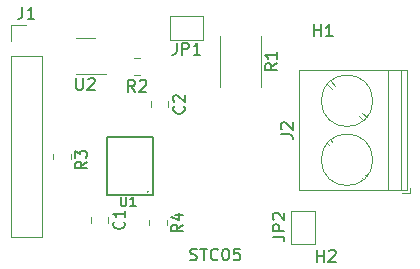
<source format=gbr>
%TF.GenerationSoftware,KiCad,Pcbnew,7.0.2*%
%TF.CreationDate,2023-11-09T14:12:44+01:00*%
%TF.ProjectId,stcs05,73746373-3035-42e6-9b69-6361645f7063,rev?*%
%TF.SameCoordinates,Original*%
%TF.FileFunction,Legend,Top*%
%TF.FilePolarity,Positive*%
%FSLAX46Y46*%
G04 Gerber Fmt 4.6, Leading zero omitted, Abs format (unit mm)*
G04 Created by KiCad (PCBNEW 7.0.2) date 2023-11-09 14:12:44*
%MOMM*%
%LPD*%
G01*
G04 APERTURE LIST*
%ADD10C,0.150000*%
%ADD11C,0.120000*%
%ADD12C,0.127000*%
G04 APERTURE END LIST*
D10*
X132270476Y-90000000D02*
X132413333Y-90047619D01*
X132413333Y-90047619D02*
X132651428Y-90047619D01*
X132651428Y-90047619D02*
X132746666Y-90000000D01*
X132746666Y-90000000D02*
X132794285Y-89952380D01*
X132794285Y-89952380D02*
X132841904Y-89857142D01*
X132841904Y-89857142D02*
X132841904Y-89761904D01*
X132841904Y-89761904D02*
X132794285Y-89666666D01*
X132794285Y-89666666D02*
X132746666Y-89619047D01*
X132746666Y-89619047D02*
X132651428Y-89571428D01*
X132651428Y-89571428D02*
X132460952Y-89523809D01*
X132460952Y-89523809D02*
X132365714Y-89476190D01*
X132365714Y-89476190D02*
X132318095Y-89428571D01*
X132318095Y-89428571D02*
X132270476Y-89333333D01*
X132270476Y-89333333D02*
X132270476Y-89238095D01*
X132270476Y-89238095D02*
X132318095Y-89142857D01*
X132318095Y-89142857D02*
X132365714Y-89095238D01*
X132365714Y-89095238D02*
X132460952Y-89047619D01*
X132460952Y-89047619D02*
X132699047Y-89047619D01*
X132699047Y-89047619D02*
X132841904Y-89095238D01*
X133127619Y-89047619D02*
X133699047Y-89047619D01*
X133413333Y-90047619D02*
X133413333Y-89047619D01*
X134603809Y-89952380D02*
X134556190Y-90000000D01*
X134556190Y-90000000D02*
X134413333Y-90047619D01*
X134413333Y-90047619D02*
X134318095Y-90047619D01*
X134318095Y-90047619D02*
X134175238Y-90000000D01*
X134175238Y-90000000D02*
X134080000Y-89904761D01*
X134080000Y-89904761D02*
X134032381Y-89809523D01*
X134032381Y-89809523D02*
X133984762Y-89619047D01*
X133984762Y-89619047D02*
X133984762Y-89476190D01*
X133984762Y-89476190D02*
X134032381Y-89285714D01*
X134032381Y-89285714D02*
X134080000Y-89190476D01*
X134080000Y-89190476D02*
X134175238Y-89095238D01*
X134175238Y-89095238D02*
X134318095Y-89047619D01*
X134318095Y-89047619D02*
X134413333Y-89047619D01*
X134413333Y-89047619D02*
X134556190Y-89095238D01*
X134556190Y-89095238D02*
X134603809Y-89142857D01*
X135222857Y-89047619D02*
X135318095Y-89047619D01*
X135318095Y-89047619D02*
X135413333Y-89095238D01*
X135413333Y-89095238D02*
X135460952Y-89142857D01*
X135460952Y-89142857D02*
X135508571Y-89238095D01*
X135508571Y-89238095D02*
X135556190Y-89428571D01*
X135556190Y-89428571D02*
X135556190Y-89666666D01*
X135556190Y-89666666D02*
X135508571Y-89857142D01*
X135508571Y-89857142D02*
X135460952Y-89952380D01*
X135460952Y-89952380D02*
X135413333Y-90000000D01*
X135413333Y-90000000D02*
X135318095Y-90047619D01*
X135318095Y-90047619D02*
X135222857Y-90047619D01*
X135222857Y-90047619D02*
X135127619Y-90000000D01*
X135127619Y-90000000D02*
X135080000Y-89952380D01*
X135080000Y-89952380D02*
X135032381Y-89857142D01*
X135032381Y-89857142D02*
X134984762Y-89666666D01*
X134984762Y-89666666D02*
X134984762Y-89428571D01*
X134984762Y-89428571D02*
X135032381Y-89238095D01*
X135032381Y-89238095D02*
X135080000Y-89142857D01*
X135080000Y-89142857D02*
X135127619Y-89095238D01*
X135127619Y-89095238D02*
X135222857Y-89047619D01*
X136460952Y-89047619D02*
X135984762Y-89047619D01*
X135984762Y-89047619D02*
X135937143Y-89523809D01*
X135937143Y-89523809D02*
X135984762Y-89476190D01*
X135984762Y-89476190D02*
X136080000Y-89428571D01*
X136080000Y-89428571D02*
X136318095Y-89428571D01*
X136318095Y-89428571D02*
X136413333Y-89476190D01*
X136413333Y-89476190D02*
X136460952Y-89523809D01*
X136460952Y-89523809D02*
X136508571Y-89619047D01*
X136508571Y-89619047D02*
X136508571Y-89857142D01*
X136508571Y-89857142D02*
X136460952Y-89952380D01*
X136460952Y-89952380D02*
X136413333Y-90000000D01*
X136413333Y-90000000D02*
X136318095Y-90047619D01*
X136318095Y-90047619D02*
X136080000Y-90047619D01*
X136080000Y-90047619D02*
X135984762Y-90000000D01*
X135984762Y-90000000D02*
X135937143Y-89952380D01*
%TO.C,H2*%
X143013095Y-90162619D02*
X143013095Y-89162619D01*
X143013095Y-89638809D02*
X143584523Y-89638809D01*
X143584523Y-90162619D02*
X143584523Y-89162619D01*
X144013095Y-89257857D02*
X144060714Y-89210238D01*
X144060714Y-89210238D02*
X144155952Y-89162619D01*
X144155952Y-89162619D02*
X144394047Y-89162619D01*
X144394047Y-89162619D02*
X144489285Y-89210238D01*
X144489285Y-89210238D02*
X144536904Y-89257857D01*
X144536904Y-89257857D02*
X144584523Y-89353095D01*
X144584523Y-89353095D02*
X144584523Y-89448333D01*
X144584523Y-89448333D02*
X144536904Y-89591190D01*
X144536904Y-89591190D02*
X143965476Y-90162619D01*
X143965476Y-90162619D02*
X144584523Y-90162619D01*
%TO.C,R2*%
X127595333Y-75772619D02*
X127262000Y-75296428D01*
X127023905Y-75772619D02*
X127023905Y-74772619D01*
X127023905Y-74772619D02*
X127404857Y-74772619D01*
X127404857Y-74772619D02*
X127500095Y-74820238D01*
X127500095Y-74820238D02*
X127547714Y-74867857D01*
X127547714Y-74867857D02*
X127595333Y-74963095D01*
X127595333Y-74963095D02*
X127595333Y-75105952D01*
X127595333Y-75105952D02*
X127547714Y-75201190D01*
X127547714Y-75201190D02*
X127500095Y-75248809D01*
X127500095Y-75248809D02*
X127404857Y-75296428D01*
X127404857Y-75296428D02*
X127023905Y-75296428D01*
X127976286Y-74867857D02*
X128023905Y-74820238D01*
X128023905Y-74820238D02*
X128119143Y-74772619D01*
X128119143Y-74772619D02*
X128357238Y-74772619D01*
X128357238Y-74772619D02*
X128452476Y-74820238D01*
X128452476Y-74820238D02*
X128500095Y-74867857D01*
X128500095Y-74867857D02*
X128547714Y-74963095D01*
X128547714Y-74963095D02*
X128547714Y-75058333D01*
X128547714Y-75058333D02*
X128500095Y-75201190D01*
X128500095Y-75201190D02*
X127928667Y-75772619D01*
X127928667Y-75772619D02*
X128547714Y-75772619D01*
%TO.C,J2*%
X139944619Y-79367333D02*
X140658904Y-79367333D01*
X140658904Y-79367333D02*
X140801761Y-79414952D01*
X140801761Y-79414952D02*
X140897000Y-79510190D01*
X140897000Y-79510190D02*
X140944619Y-79653047D01*
X140944619Y-79653047D02*
X140944619Y-79748285D01*
X140039857Y-78938761D02*
X139992238Y-78891142D01*
X139992238Y-78891142D02*
X139944619Y-78795904D01*
X139944619Y-78795904D02*
X139944619Y-78557809D01*
X139944619Y-78557809D02*
X139992238Y-78462571D01*
X139992238Y-78462571D02*
X140039857Y-78414952D01*
X140039857Y-78414952D02*
X140135095Y-78367333D01*
X140135095Y-78367333D02*
X140230333Y-78367333D01*
X140230333Y-78367333D02*
X140373190Y-78414952D01*
X140373190Y-78414952D02*
X140944619Y-78986380D01*
X140944619Y-78986380D02*
X140944619Y-78367333D01*
%TO.C,R3*%
X123525619Y-81700666D02*
X123049428Y-82033999D01*
X123525619Y-82272094D02*
X122525619Y-82272094D01*
X122525619Y-82272094D02*
X122525619Y-81891142D01*
X122525619Y-81891142D02*
X122573238Y-81795904D01*
X122573238Y-81795904D02*
X122620857Y-81748285D01*
X122620857Y-81748285D02*
X122716095Y-81700666D01*
X122716095Y-81700666D02*
X122858952Y-81700666D01*
X122858952Y-81700666D02*
X122954190Y-81748285D01*
X122954190Y-81748285D02*
X123001809Y-81795904D01*
X123001809Y-81795904D02*
X123049428Y-81891142D01*
X123049428Y-81891142D02*
X123049428Y-82272094D01*
X122525619Y-81367332D02*
X122525619Y-80748285D01*
X122525619Y-80748285D02*
X122906571Y-81081618D01*
X122906571Y-81081618D02*
X122906571Y-80938761D01*
X122906571Y-80938761D02*
X122954190Y-80843523D01*
X122954190Y-80843523D02*
X123001809Y-80795904D01*
X123001809Y-80795904D02*
X123097047Y-80748285D01*
X123097047Y-80748285D02*
X123335142Y-80748285D01*
X123335142Y-80748285D02*
X123430380Y-80795904D01*
X123430380Y-80795904D02*
X123478000Y-80843523D01*
X123478000Y-80843523D02*
X123525619Y-80938761D01*
X123525619Y-80938761D02*
X123525619Y-81224475D01*
X123525619Y-81224475D02*
X123478000Y-81319713D01*
X123478000Y-81319713D02*
X123430380Y-81367332D01*
%TO.C,JP1*%
X131119666Y-71620619D02*
X131119666Y-72334904D01*
X131119666Y-72334904D02*
X131072047Y-72477761D01*
X131072047Y-72477761D02*
X130976809Y-72573000D01*
X130976809Y-72573000D02*
X130833952Y-72620619D01*
X130833952Y-72620619D02*
X130738714Y-72620619D01*
X131595857Y-72620619D02*
X131595857Y-71620619D01*
X131595857Y-71620619D02*
X131976809Y-71620619D01*
X131976809Y-71620619D02*
X132072047Y-71668238D01*
X132072047Y-71668238D02*
X132119666Y-71715857D01*
X132119666Y-71715857D02*
X132167285Y-71811095D01*
X132167285Y-71811095D02*
X132167285Y-71953952D01*
X132167285Y-71953952D02*
X132119666Y-72049190D01*
X132119666Y-72049190D02*
X132072047Y-72096809D01*
X132072047Y-72096809D02*
X131976809Y-72144428D01*
X131976809Y-72144428D02*
X131595857Y-72144428D01*
X133119666Y-72620619D02*
X132548238Y-72620619D01*
X132833952Y-72620619D02*
X132833952Y-71620619D01*
X132833952Y-71620619D02*
X132738714Y-71763476D01*
X132738714Y-71763476D02*
X132643476Y-71858714D01*
X132643476Y-71858714D02*
X132548238Y-71906333D01*
%TO.C,R4*%
X131652619Y-87034666D02*
X131176428Y-87367999D01*
X131652619Y-87606094D02*
X130652619Y-87606094D01*
X130652619Y-87606094D02*
X130652619Y-87225142D01*
X130652619Y-87225142D02*
X130700238Y-87129904D01*
X130700238Y-87129904D02*
X130747857Y-87082285D01*
X130747857Y-87082285D02*
X130843095Y-87034666D01*
X130843095Y-87034666D02*
X130985952Y-87034666D01*
X130985952Y-87034666D02*
X131081190Y-87082285D01*
X131081190Y-87082285D02*
X131128809Y-87129904D01*
X131128809Y-87129904D02*
X131176428Y-87225142D01*
X131176428Y-87225142D02*
X131176428Y-87606094D01*
X130985952Y-86177523D02*
X131652619Y-86177523D01*
X130605000Y-86415618D02*
X131319285Y-86653713D01*
X131319285Y-86653713D02*
X131319285Y-86034666D01*
%TO.C,U2*%
X122613095Y-74612619D02*
X122613095Y-75422142D01*
X122613095Y-75422142D02*
X122660714Y-75517380D01*
X122660714Y-75517380D02*
X122708333Y-75565000D01*
X122708333Y-75565000D02*
X122803571Y-75612619D01*
X122803571Y-75612619D02*
X122994047Y-75612619D01*
X122994047Y-75612619D02*
X123089285Y-75565000D01*
X123089285Y-75565000D02*
X123136904Y-75517380D01*
X123136904Y-75517380D02*
X123184523Y-75422142D01*
X123184523Y-75422142D02*
X123184523Y-74612619D01*
X123613095Y-74707857D02*
X123660714Y-74660238D01*
X123660714Y-74660238D02*
X123755952Y-74612619D01*
X123755952Y-74612619D02*
X123994047Y-74612619D01*
X123994047Y-74612619D02*
X124089285Y-74660238D01*
X124089285Y-74660238D02*
X124136904Y-74707857D01*
X124136904Y-74707857D02*
X124184523Y-74803095D01*
X124184523Y-74803095D02*
X124184523Y-74898333D01*
X124184523Y-74898333D02*
X124136904Y-75041190D01*
X124136904Y-75041190D02*
X123565476Y-75612619D01*
X123565476Y-75612619D02*
X124184523Y-75612619D01*
%TO.C,*%
%TO.C,U1*%
X126400074Y-84666865D02*
X126400074Y-85304286D01*
X126400074Y-85304286D02*
X126437570Y-85379276D01*
X126437570Y-85379276D02*
X126475065Y-85416772D01*
X126475065Y-85416772D02*
X126550056Y-85454267D01*
X126550056Y-85454267D02*
X126700037Y-85454267D01*
X126700037Y-85454267D02*
X126775028Y-85416772D01*
X126775028Y-85416772D02*
X126812523Y-85379276D01*
X126812523Y-85379276D02*
X126850018Y-85304286D01*
X126850018Y-85304286D02*
X126850018Y-84666865D01*
X127637420Y-85454267D02*
X127187476Y-85454267D01*
X127412448Y-85454267D02*
X127412448Y-84666865D01*
X127412448Y-84666865D02*
X127337457Y-84779351D01*
X127337457Y-84779351D02*
X127262467Y-84854342D01*
X127262467Y-84854342D02*
X127187476Y-84891837D01*
%TO.C,R1*%
X139607619Y-73366666D02*
X139131428Y-73699999D01*
X139607619Y-73938094D02*
X138607619Y-73938094D01*
X138607619Y-73938094D02*
X138607619Y-73557142D01*
X138607619Y-73557142D02*
X138655238Y-73461904D01*
X138655238Y-73461904D02*
X138702857Y-73414285D01*
X138702857Y-73414285D02*
X138798095Y-73366666D01*
X138798095Y-73366666D02*
X138940952Y-73366666D01*
X138940952Y-73366666D02*
X139036190Y-73414285D01*
X139036190Y-73414285D02*
X139083809Y-73461904D01*
X139083809Y-73461904D02*
X139131428Y-73557142D01*
X139131428Y-73557142D02*
X139131428Y-73938094D01*
X139607619Y-72414285D02*
X139607619Y-72985713D01*
X139607619Y-72699999D02*
X138607619Y-72699999D01*
X138607619Y-72699999D02*
X138750476Y-72795237D01*
X138750476Y-72795237D02*
X138845714Y-72890475D01*
X138845714Y-72890475D02*
X138893333Y-72985713D01*
%TO.C,C2*%
X131714380Y-77001666D02*
X131762000Y-77049285D01*
X131762000Y-77049285D02*
X131809619Y-77192142D01*
X131809619Y-77192142D02*
X131809619Y-77287380D01*
X131809619Y-77287380D02*
X131762000Y-77430237D01*
X131762000Y-77430237D02*
X131666761Y-77525475D01*
X131666761Y-77525475D02*
X131571523Y-77573094D01*
X131571523Y-77573094D02*
X131381047Y-77620713D01*
X131381047Y-77620713D02*
X131238190Y-77620713D01*
X131238190Y-77620713D02*
X131047714Y-77573094D01*
X131047714Y-77573094D02*
X130952476Y-77525475D01*
X130952476Y-77525475D02*
X130857238Y-77430237D01*
X130857238Y-77430237D02*
X130809619Y-77287380D01*
X130809619Y-77287380D02*
X130809619Y-77192142D01*
X130809619Y-77192142D02*
X130857238Y-77049285D01*
X130857238Y-77049285D02*
X130904857Y-77001666D01*
X130904857Y-76620713D02*
X130857238Y-76573094D01*
X130857238Y-76573094D02*
X130809619Y-76477856D01*
X130809619Y-76477856D02*
X130809619Y-76239761D01*
X130809619Y-76239761D02*
X130857238Y-76144523D01*
X130857238Y-76144523D02*
X130904857Y-76096904D01*
X130904857Y-76096904D02*
X131000095Y-76049285D01*
X131000095Y-76049285D02*
X131095333Y-76049285D01*
X131095333Y-76049285D02*
X131238190Y-76096904D01*
X131238190Y-76096904D02*
X131809619Y-76668332D01*
X131809619Y-76668332D02*
X131809619Y-76049285D01*
%TO.C,C1*%
X126634380Y-86780666D02*
X126682000Y-86828285D01*
X126682000Y-86828285D02*
X126729619Y-86971142D01*
X126729619Y-86971142D02*
X126729619Y-87066380D01*
X126729619Y-87066380D02*
X126682000Y-87209237D01*
X126682000Y-87209237D02*
X126586761Y-87304475D01*
X126586761Y-87304475D02*
X126491523Y-87352094D01*
X126491523Y-87352094D02*
X126301047Y-87399713D01*
X126301047Y-87399713D02*
X126158190Y-87399713D01*
X126158190Y-87399713D02*
X125967714Y-87352094D01*
X125967714Y-87352094D02*
X125872476Y-87304475D01*
X125872476Y-87304475D02*
X125777238Y-87209237D01*
X125777238Y-87209237D02*
X125729619Y-87066380D01*
X125729619Y-87066380D02*
X125729619Y-86971142D01*
X125729619Y-86971142D02*
X125777238Y-86828285D01*
X125777238Y-86828285D02*
X125824857Y-86780666D01*
X126729619Y-85828285D02*
X126729619Y-86399713D01*
X126729619Y-86113999D02*
X125729619Y-86113999D01*
X125729619Y-86113999D02*
X125872476Y-86209237D01*
X125872476Y-86209237D02*
X125967714Y-86304475D01*
X125967714Y-86304475D02*
X126015333Y-86399713D01*
%TO.C,JP2*%
X139237619Y-88033333D02*
X139951904Y-88033333D01*
X139951904Y-88033333D02*
X140094761Y-88080952D01*
X140094761Y-88080952D02*
X140190000Y-88176190D01*
X140190000Y-88176190D02*
X140237619Y-88319047D01*
X140237619Y-88319047D02*
X140237619Y-88414285D01*
X140237619Y-87557142D02*
X139237619Y-87557142D01*
X139237619Y-87557142D02*
X139237619Y-87176190D01*
X139237619Y-87176190D02*
X139285238Y-87080952D01*
X139285238Y-87080952D02*
X139332857Y-87033333D01*
X139332857Y-87033333D02*
X139428095Y-86985714D01*
X139428095Y-86985714D02*
X139570952Y-86985714D01*
X139570952Y-86985714D02*
X139666190Y-87033333D01*
X139666190Y-87033333D02*
X139713809Y-87080952D01*
X139713809Y-87080952D02*
X139761428Y-87176190D01*
X139761428Y-87176190D02*
X139761428Y-87557142D01*
X139332857Y-86604761D02*
X139285238Y-86557142D01*
X139285238Y-86557142D02*
X139237619Y-86461904D01*
X139237619Y-86461904D02*
X139237619Y-86223809D01*
X139237619Y-86223809D02*
X139285238Y-86128571D01*
X139285238Y-86128571D02*
X139332857Y-86080952D01*
X139332857Y-86080952D02*
X139428095Y-86033333D01*
X139428095Y-86033333D02*
X139523333Y-86033333D01*
X139523333Y-86033333D02*
X139666190Y-86080952D01*
X139666190Y-86080952D02*
X140237619Y-86652380D01*
X140237619Y-86652380D02*
X140237619Y-86033333D01*
%TO.C,H1*%
X142748095Y-71074619D02*
X142748095Y-70074619D01*
X142748095Y-70550809D02*
X143319523Y-70550809D01*
X143319523Y-71074619D02*
X143319523Y-70074619D01*
X144319523Y-71074619D02*
X143748095Y-71074619D01*
X144033809Y-71074619D02*
X144033809Y-70074619D01*
X144033809Y-70074619D02*
X143938571Y-70217476D01*
X143938571Y-70217476D02*
X143843333Y-70312714D01*
X143843333Y-70312714D02*
X143748095Y-70360333D01*
%TO.C,J1*%
X118066666Y-68592619D02*
X118066666Y-69306904D01*
X118066666Y-69306904D02*
X118019047Y-69449761D01*
X118019047Y-69449761D02*
X117923809Y-69545000D01*
X117923809Y-69545000D02*
X117780952Y-69592619D01*
X117780952Y-69592619D02*
X117685714Y-69592619D01*
X119066666Y-69592619D02*
X118495238Y-69592619D01*
X118780952Y-69592619D02*
X118780952Y-68592619D01*
X118780952Y-68592619D02*
X118685714Y-68735476D01*
X118685714Y-68735476D02*
X118590476Y-68830714D01*
X118590476Y-68830714D02*
X118495238Y-68878333D01*
D11*
%TO.C,R2*%
X127989064Y-74395000D02*
X127534936Y-74395000D01*
X127989064Y-72925000D02*
X127534936Y-72925000D01*
%TO.C,J2*%
X150202000Y-84334000D02*
X150842000Y-84334000D01*
X150842000Y-84334000D02*
X150842000Y-83934000D01*
X141482000Y-84094000D02*
X150602000Y-84094000D01*
X141482000Y-84094000D02*
X141482000Y-73974000D01*
X149042000Y-84094000D02*
X149042000Y-73974000D01*
X150142000Y-84094000D02*
X150142000Y-73974000D01*
X150602000Y-84094000D02*
X150602000Y-73974000D01*
X146823000Y-83082000D02*
X146930000Y-83188000D01*
X147089000Y-82816000D02*
X147196000Y-82922000D01*
X143888000Y-80146000D02*
X143995000Y-80253000D01*
X144154000Y-79880000D02*
X144261000Y-79987000D01*
X146534000Y-77792000D02*
X146930000Y-78187000D01*
X146816000Y-77541000D02*
X147196000Y-77921000D01*
X143888000Y-75146000D02*
X144268000Y-75526000D01*
X144154000Y-74880000D02*
X144550000Y-75275000D01*
X141482000Y-73974000D02*
X150602000Y-73974000D01*
X147722000Y-81534000D02*
G75*
G03*
X147722000Y-81534000I-2180000J0D01*
G01*
X147722000Y-76534000D02*
G75*
G03*
X147722000Y-76534000I-2180000J0D01*
G01*
%TO.C,R3*%
X120677000Y-81507064D02*
X120677000Y-81052936D01*
X122147000Y-81507064D02*
X122147000Y-81052936D01*
%TO.C,JP1*%
X133353000Y-71358000D02*
X130553000Y-71358000D01*
X133353000Y-69358000D02*
X133353000Y-71358000D01*
X130553000Y-71358000D02*
X130553000Y-69358000D01*
X130553000Y-69358000D02*
X133353000Y-69358000D01*
%TO.C,R4*%
X130275000Y-86640936D02*
X130275000Y-87095064D01*
X128805000Y-86640936D02*
X128805000Y-87095064D01*
%TO.C,U2*%
X123375000Y-74310000D02*
X125175000Y-74310000D01*
X123375000Y-74310000D02*
X122575000Y-74310000D01*
X123375000Y-71190000D02*
X124175000Y-71190000D01*
X123375000Y-71190000D02*
X122575000Y-71190000D01*
D12*
%TO.C,U1*%
X125254000Y-84503000D02*
X125254000Y-79603000D01*
X129104000Y-84503000D02*
X125254000Y-84503000D01*
X125254000Y-79603000D02*
X129104000Y-79603000D01*
X129104000Y-79603000D02*
X129104000Y-84503000D01*
X128704000Y-84228000D02*
G75*
G03*
X128704000Y-84228000I-50000J0D01*
G01*
D11*
%TO.C,R1*%
X138235000Y-71022936D02*
X138235000Y-75377064D01*
X134815000Y-71022936D02*
X134815000Y-75377064D01*
%TO.C,C2*%
X130402000Y-76573748D02*
X130402000Y-77096252D01*
X128932000Y-76573748D02*
X128932000Y-77096252D01*
%TO.C,C1*%
X125322000Y-86352748D02*
X125322000Y-86875252D01*
X123852000Y-86352748D02*
X123852000Y-86875252D01*
%TO.C,JP2*%
X142825000Y-85875000D02*
X142825000Y-88675000D01*
X140825000Y-85875000D02*
X142825000Y-85875000D01*
X142825000Y-88675000D02*
X140825000Y-88675000D01*
X140825000Y-88675000D02*
X140825000Y-85875000D01*
%TO.C,J1*%
X117070000Y-70130000D02*
X118400000Y-70130000D01*
X117070000Y-71460000D02*
X117070000Y-70130000D01*
X117070000Y-72730000D02*
X117070000Y-88030000D01*
X117070000Y-72730000D02*
X119730000Y-72730000D01*
X117070000Y-88030000D02*
X119730000Y-88030000D01*
X119730000Y-72730000D02*
X119730000Y-88030000D01*
%TD*%
M02*

</source>
